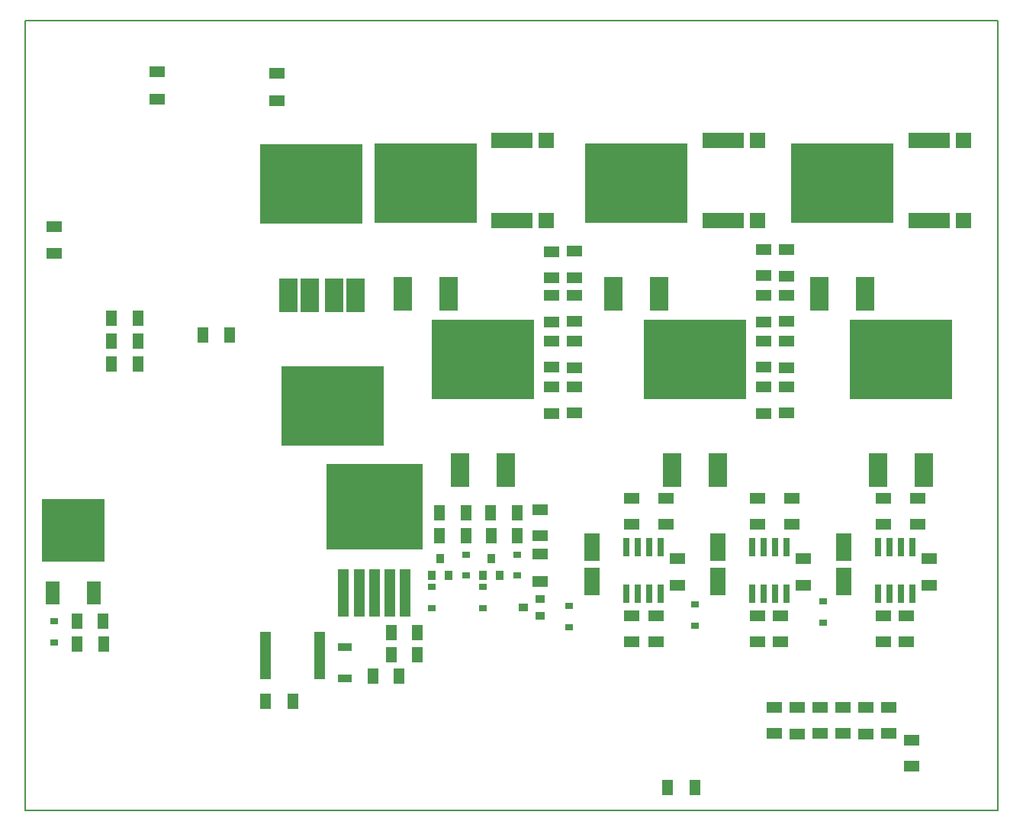
<source format=gbr>
G04 PROTEUS GERBER X2 FILE*
%TF.GenerationSoftware,Labcenter,Proteus,8.7-SP3-Build25561*%
%TF.CreationDate,2021-07-04T19:39:20+00:00*%
%TF.FileFunction,Paste,Top*%
%TF.FilePolarity,Positive*%
%TF.Part,Single*%
%TF.SameCoordinates,{804bfe34-88de-486f-8887-f5b9ed786e22}*%
%FSLAX45Y45*%
%MOMM*%
G01*
%TA.AperFunction,Material*%
%ADD94R,4.572000X1.651000*%
%ADD95R,1.651000X1.651000*%
%TA.AperFunction,Material*%
%ADD96R,6.985000X6.985000*%
%ADD97R,1.524000X2.540000*%
%TA.AperFunction,Material*%
%ADD98R,0.889000X0.635000*%
%ADD99R,1.143000X1.803400*%
%TA.AperFunction,Material*%
%ADD100R,1.143000X5.207000*%
%ADD101R,10.744200X9.550400*%
%TA.AperFunction,Material*%
%ADD102R,1.193800X5.308600*%
%ADD103R,1.524000X0.889000*%
%ADD104R,1.803400X1.143000*%
%TA.AperFunction,Material*%
%ADD105R,0.635000X2.032000*%
%TA.AperFunction,Material*%
%ADD106R,1.651000X3.048000*%
%TA.AperFunction,Material*%
%ADD107R,0.889000X1.016000*%
%ADD108R,1.016000X0.889000*%
%ADD109R,11.430000X8.890000*%
%ADD110R,2.032000X3.810000*%
%TA.AperFunction,Profile*%
%ADD42C,0.203200*%
%TD.AperFunction*%
D94*
X+6667500Y+1016000D03*
X+6667500Y+127000D03*
D95*
X+7048500Y+127000D03*
X+7048500Y+1016000D03*
D94*
X+8953500Y+1016000D03*
X+8953500Y+127000D03*
D95*
X+9334500Y+127000D03*
X+9334500Y+1016000D03*
D94*
X+4318000Y+1016000D03*
X+4318000Y+127000D03*
D95*
X+4699000Y+127000D03*
X+4699000Y+1016000D03*
D96*
X-546100Y-3309620D03*
D97*
X-774700Y-4000500D03*
X-317500Y-4000500D03*
D98*
X-762000Y-4553000D03*
X-762000Y-4318050D03*
D99*
X-508000Y-4318000D03*
X-218000Y-4318000D03*
D100*
X+2453640Y-4000500D03*
X+2623820Y-4000500D03*
X+2794000Y-4000500D03*
X+2964180Y-4000500D03*
X+3134360Y-4000500D03*
D101*
X+2794000Y-3048000D03*
D102*
X+2187500Y-4699000D03*
X+1587500Y-4699000D03*
D103*
X+2469837Y-4946337D03*
X+2469837Y-4606337D03*
D99*
X-508000Y-4572000D03*
X-208000Y-4572000D03*
X+3274500Y-4445000D03*
X+2984500Y-4445000D03*
X+173000Y-1460500D03*
X-127000Y-1460500D03*
X+173000Y-952500D03*
X-127000Y-952500D03*
X+173000Y-1206500D03*
X-127000Y-1206500D03*
D104*
X+381000Y+1778000D03*
X+381000Y+1478000D03*
X+1714500Y+1760500D03*
X+1714500Y+1460500D03*
D99*
X+889000Y-1143000D03*
X+1189000Y-1143000D03*
X+1887500Y-5207000D03*
X+1587500Y-5207000D03*
D104*
X+6032500Y-2948500D03*
X+6032500Y-3238500D03*
X+5651500Y-2948500D03*
X+5651500Y-3238500D03*
D105*
X+5588000Y-4013200D03*
X+5715000Y-4013200D03*
X+5842000Y-4013200D03*
X+5969000Y-4013200D03*
X+5969000Y-3492500D03*
X+5842000Y-3492500D03*
X+5715000Y-3492500D03*
X+5588000Y-3492500D03*
X+6985000Y-4013200D03*
X+7112000Y-4013200D03*
X+7239000Y-4013200D03*
X+7366000Y-4013200D03*
X+7366000Y-3492500D03*
X+7239000Y-3492500D03*
X+7112000Y-3492500D03*
X+6985000Y-3492500D03*
X+8382000Y-4013200D03*
X+8509000Y-4013200D03*
X+8636000Y-4013200D03*
X+8763000Y-4013200D03*
X+8763000Y-3492500D03*
X+8636000Y-3492500D03*
X+8509000Y-3492500D03*
X+8382000Y-3492500D03*
D104*
X+7048500Y-2948500D03*
X+7048500Y-3238500D03*
D106*
X+5207000Y-3492500D03*
X+5207000Y-3873500D03*
X+6604000Y-3492500D03*
X+6604000Y-3873500D03*
X+8001000Y-3492500D03*
X+8001000Y-3873500D03*
D98*
X+4953000Y-4381500D03*
X+4953000Y-4146550D03*
X+6350000Y-4362450D03*
X+6350000Y-4127500D03*
X+7778750Y-4330700D03*
X+7778750Y-4095750D03*
D104*
X+6159500Y-3619500D03*
X+6159500Y-3919500D03*
X+7556500Y-3619500D03*
X+7556500Y-3919500D03*
X+8953500Y-3619500D03*
X+8953500Y-3919500D03*
X+7429500Y-2948500D03*
X+7429500Y-3238500D03*
X+8445500Y-2948500D03*
X+8445500Y-3238500D03*
X+8826500Y-2948500D03*
X+8826500Y-3238500D03*
X+5651500Y-4544500D03*
X+5651500Y-4254500D03*
X+5923000Y-4544500D03*
X+5923000Y-4254500D03*
X+7048500Y-4544500D03*
X+7048500Y-4254500D03*
X+5016500Y-698500D03*
X+5016500Y-988500D03*
X+4762500Y-218000D03*
X+4762500Y-508000D03*
X+5016500Y-1714500D03*
X+5016500Y-2004500D03*
X+4762500Y-1206500D03*
X+4762500Y-1496500D03*
X+5016500Y-208000D03*
X+5016500Y-508000D03*
X+4762500Y-698500D03*
X+4762500Y-998500D03*
X+5016500Y-1206500D03*
X+5016500Y-1506500D03*
X+4762500Y-1714500D03*
X+4762500Y-2014500D03*
X+7366000Y-190500D03*
X+7366000Y-490500D03*
X+7112000Y-698500D03*
X+7112000Y-998500D03*
X+7366000Y-1206500D03*
X+7366000Y-1506500D03*
X+7112000Y-1714500D03*
X+7112000Y-2014500D03*
X+7366000Y-698500D03*
X+7366000Y-988500D03*
X+7112000Y-190500D03*
X+7112000Y-480500D03*
X+7366000Y-1714500D03*
X+7366000Y-2004500D03*
X+7112000Y-1206500D03*
X+7112000Y-1496500D03*
D107*
X+3522980Y-3619500D03*
X+3429000Y-3810000D03*
X+3616960Y-3810000D03*
X+4094480Y-3619500D03*
X+4000500Y-3810000D03*
X+4188460Y-3810000D03*
D108*
X+4445000Y-4160520D03*
X+4635500Y-4254500D03*
X+4635500Y-4066540D03*
D98*
X+3810000Y-3575050D03*
X+3810000Y-3810000D03*
X+3429000Y-3937000D03*
X+3429000Y-4171950D03*
X+4381500Y-3575050D03*
X+4381500Y-3810000D03*
X+4000500Y-3937000D03*
X+4000500Y-4171950D03*
D99*
X+3520000Y-3365500D03*
X+3810000Y-3365500D03*
X+3520000Y-3111500D03*
X+3810000Y-3111500D03*
X+4381500Y-3365500D03*
X+4091500Y-3365500D03*
D104*
X+4635500Y-3075500D03*
X+4635500Y-3365500D03*
X+4635500Y-3873500D03*
X+4635500Y-3573500D03*
D99*
X+4381500Y-3111500D03*
X+4081500Y-3111500D03*
D104*
X+8699500Y-4544500D03*
X+8699500Y-4254500D03*
D99*
X+6350000Y-6159500D03*
X+6050000Y-6159500D03*
D104*
X+8245500Y-5570500D03*
X+8245500Y-5270500D03*
X+7483500Y-5570499D03*
X+7483500Y-5270500D03*
X-762000Y+63500D03*
X-762000Y-236500D03*
X+7302500Y-4544500D03*
X+7302500Y-4254500D03*
X+8445500Y-4544500D03*
X+8445500Y-4254500D03*
X+8753500Y-5635301D03*
X+8753500Y-5925301D03*
X+7991500Y-5270500D03*
X+7991500Y-5560500D03*
X+7737500Y-5270500D03*
X+7737500Y-5560500D03*
X+8499500Y-5270500D03*
X+8499500Y-5560500D03*
X+7229500Y-5270500D03*
X+7229500Y-5560500D03*
D109*
X+2332465Y-1930400D03*
D110*
X+2586465Y-698500D03*
X+2078465Y-698500D03*
D109*
X+2095500Y+533400D03*
D110*
X+1841500Y-698500D03*
X+2349500Y-698500D03*
D109*
X+3365500Y+546100D03*
D110*
X+3111500Y-685800D03*
X+3619500Y-685800D03*
D109*
X+4000500Y-1409700D03*
D110*
X+3746500Y-2641600D03*
X+4254500Y-2641600D03*
D109*
X+5702300Y+546100D03*
D110*
X+5448300Y-685800D03*
X+5956300Y-685800D03*
D109*
X+6350000Y-1409700D03*
D110*
X+6096000Y-2641600D03*
X+6604000Y-2641600D03*
D109*
X+7988300Y+546100D03*
D110*
X+7734300Y-685800D03*
X+8242300Y-685800D03*
D109*
X+8636000Y-1409700D03*
D110*
X+8382000Y-2641600D03*
X+8890000Y-2641600D03*
D99*
X+3274500Y-4686300D03*
X+2984500Y-4686300D03*
X+2781300Y-4927600D03*
X+3071300Y-4927600D03*
D42*
X-1079500Y-6413500D02*
X+9715500Y-6413500D01*
X+9715500Y+2349500D01*
X-1079500Y+2349500D01*
X-1079500Y-6413500D01*
M02*

</source>
